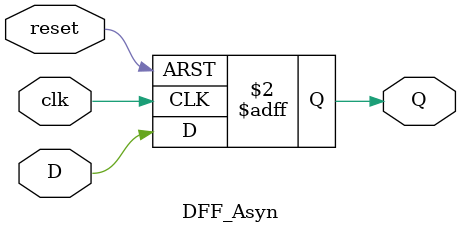
<source format=v>
`timescale 1ns / 1ps
module DFF_Asyn(input D,clk,reset,output reg Q);
 always @(posedge clk,posedge reset)
 begin
 if(reset)
 Q<=0;
 else
 Q<=D;
 end
 endmodule

</source>
